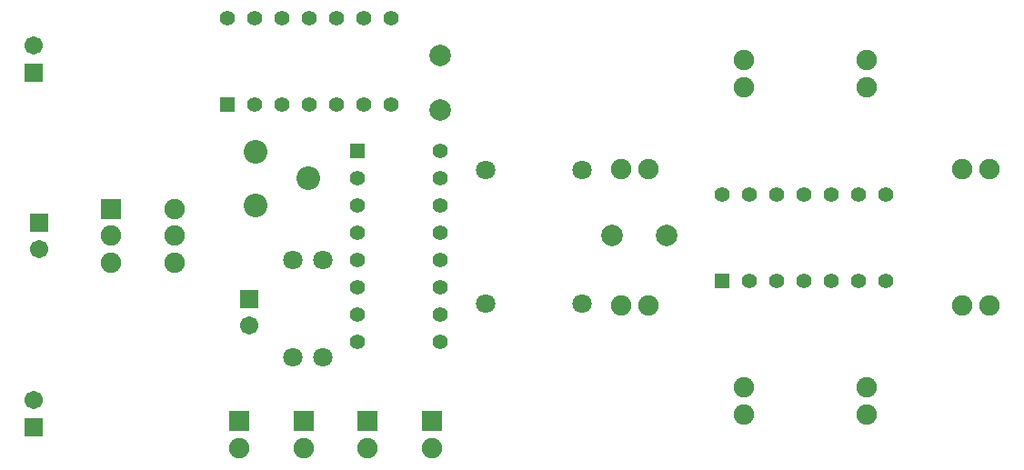
<source format=gbs>
G04*
G04 #@! TF.GenerationSoftware,Altium Limited,Altium Designer,20.2.8 (258)*
G04*
G04 Layer_Color=16711935*
%FSLAX25Y25*%
%MOIN*%
G70*
G04*
G04 #@! TF.SameCoordinates,5E7CCD21-07A0-4AA7-BB04-5DF435F4F0B1*
G04*
G04*
G04 #@! TF.FilePolarity,Negative*
G04*
G01*
G75*
%ADD18C,0.05524*%
%ADD19C,0.07099*%
%ADD20C,0.07493*%
%ADD21R,0.07493X0.07493*%
%ADD22R,0.06706X0.06706*%
%ADD23C,0.06706*%
%ADD24C,0.08674*%
%ADD25R,0.05524X0.05524*%
%ADD26R,0.05524X0.05524*%
%ADD27C,0.07887*%
D18*
X81000Y169739D02*
D03*
X159000Y121000D02*
D03*
X262500Y105239D02*
D03*
X141000Y169739D02*
D03*
X131000D02*
D03*
X121000D02*
D03*
X111000D02*
D03*
X101000D02*
D03*
X91000D02*
D03*
X141000Y138000D02*
D03*
X131000D02*
D03*
X121000D02*
D03*
X111000D02*
D03*
X101000D02*
D03*
X91000D02*
D03*
X128630Y111000D02*
D03*
Y101000D02*
D03*
Y91000D02*
D03*
Y81000D02*
D03*
Y71000D02*
D03*
Y61000D02*
D03*
Y51000D02*
D03*
X159000Y111000D02*
D03*
Y101000D02*
D03*
Y91000D02*
D03*
Y81000D02*
D03*
Y71000D02*
D03*
Y61000D02*
D03*
Y51000D02*
D03*
X322500Y105239D02*
D03*
X312500D02*
D03*
X302500D02*
D03*
X292500D02*
D03*
X282500D02*
D03*
X272500D02*
D03*
X322500Y73500D02*
D03*
X312500D02*
D03*
X302500D02*
D03*
X292500D02*
D03*
X282500D02*
D03*
X272500D02*
D03*
D19*
X211000Y114000D02*
D03*
X175567D02*
D03*
Y65000D02*
D03*
X211000D02*
D03*
X105000Y45567D02*
D03*
Y81000D02*
D03*
X116000D02*
D03*
Y45567D02*
D03*
D20*
X61811Y99843D02*
D03*
Y90000D02*
D03*
Y80158D02*
D03*
X38189Y90000D02*
D03*
Y80158D02*
D03*
X270500Y34500D02*
D03*
Y24500D02*
D03*
X315500Y34500D02*
D03*
Y24500D02*
D03*
X350500Y64500D02*
D03*
X360500D02*
D03*
X350500Y114500D02*
D03*
X360500D02*
D03*
X315500Y144500D02*
D03*
Y154500D02*
D03*
X270500Y144500D02*
D03*
Y154500D02*
D03*
X235500Y114500D02*
D03*
X225500D02*
D03*
X235500Y64500D02*
D03*
X225500D02*
D03*
X85500Y12000D02*
D03*
X109000D02*
D03*
X132500D02*
D03*
X156000D02*
D03*
D21*
X38189Y99843D02*
D03*
X85500Y22000D02*
D03*
X109000D02*
D03*
X132500D02*
D03*
X156000D02*
D03*
D22*
X12000Y94847D02*
D03*
X9971Y19962D02*
D03*
Y149962D02*
D03*
X89000Y66847D02*
D03*
D23*
X12000Y85153D02*
D03*
X9971Y29962D02*
D03*
Y159962D02*
D03*
X89000Y57153D02*
D03*
D24*
X91200Y101100D02*
D03*
X110800Y111000D02*
D03*
X91200Y120900D02*
D03*
D25*
X81000Y138000D02*
D03*
X262500Y73500D02*
D03*
D26*
X128630Y121000D02*
D03*
D27*
X242000Y90000D02*
D03*
X222000D02*
D03*
X159000Y136000D02*
D03*
Y156000D02*
D03*
M02*

</source>
